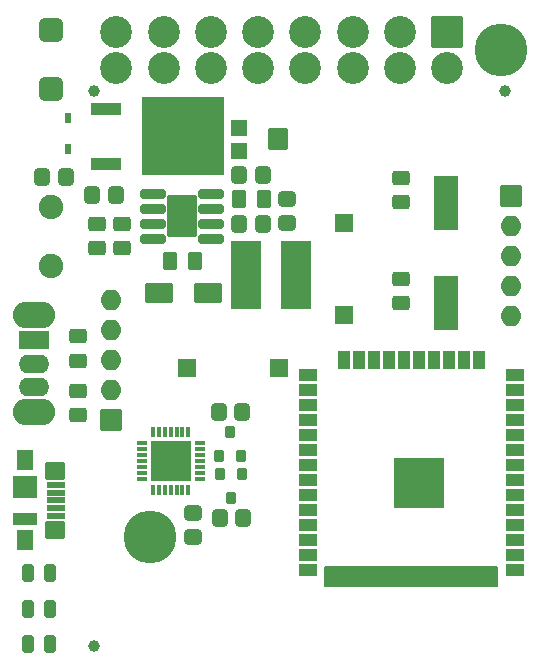
<source format=gbr>
%TF.GenerationSoftware,KiCad,Pcbnew,8.0.4*%
%TF.CreationDate,2024-09-21T14:56:59-03:00*%
%TF.ProjectId,DongleALIVEv2.0,446f6e67-6c65-4414-9c49-564576322e30,2.0*%
%TF.SameCoordinates,Original*%
%TF.FileFunction,Soldermask,Top*%
%TF.FilePolarity,Negative*%
%FSLAX46Y46*%
G04 Gerber Fmt 4.6, Leading zero omitted, Abs format (unit mm)*
G04 Created by KiCad (PCBNEW 8.0.4) date 2024-09-21 14:56:59*
%MOMM*%
%LPD*%
G01*
G04 APERTURE LIST*
G04 Aperture macros list*
%AMRoundRect*
0 Rectangle with rounded corners*
0 $1 Rounding radius*
0 $2 $3 $4 $5 $6 $7 $8 $9 X,Y pos of 4 corners*
0 Add a 4 corners polygon primitive as box body*
4,1,4,$2,$3,$4,$5,$6,$7,$8,$9,$2,$3,0*
0 Add four circle primitives for the rounded corners*
1,1,$1+$1,$2,$3*
1,1,$1+$1,$4,$5*
1,1,$1+$1,$6,$7*
1,1,$1+$1,$8,$9*
0 Add four rect primitives between the rounded corners*
20,1,$1+$1,$2,$3,$4,$5,0*
20,1,$1+$1,$4,$5,$6,$7,0*
20,1,$1+$1,$6,$7,$8,$9,0*
20,1,$1+$1,$8,$9,$2,$3,0*%
G04 Aperture macros list end*
%ADD10C,0.200000*%
%ADD11RoundRect,0.266170X-0.496830X0.359330X-0.496830X-0.359330X0.496830X-0.359330X0.496830X0.359330X0*%
%ADD12RoundRect,0.266170X0.496830X-0.359330X0.496830X0.359330X-0.496830X0.359330X-0.496830X-0.359330X0*%
%ADD13RoundRect,0.102000X-0.600000X-0.600000X0.600000X-0.600000X0.600000X0.600000X-0.600000X0.600000X0*%
%ADD14RoundRect,0.102000X-0.750000X-0.800000X0.750000X-0.800000X0.750000X0.800000X-0.750000X0.800000X0*%
%ADD15C,1.000000*%
%ADD16RoundRect,0.038000X0.850000X0.850000X-0.850000X0.850000X-0.850000X-0.850000X0.850000X-0.850000X0*%
%ADD17O,1.776000X1.776000*%
%ADD18RoundRect,0.038000X0.750000X0.750000X-0.750000X0.750000X-0.750000X-0.750000X0.750000X-0.750000X0*%
%ADD19RoundRect,0.265833X0.372167X0.472167X-0.372167X0.472167X-0.372167X-0.472167X0.372167X-0.472167X0*%
%ADD20RoundRect,0.221750X0.965250X0.665250X-0.965250X0.665250X-0.965250X-0.665250X0.965250X-0.665250X0*%
%ADD21RoundRect,0.265833X-0.472167X0.372167X-0.472167X-0.372167X0.472167X-0.372167X0.472167X0.372167X0*%
%ADD22RoundRect,0.038000X-1.200000X-2.850000X1.200000X-2.850000X1.200000X2.850000X-1.200000X2.850000X0*%
%ADD23RoundRect,0.217080X0.869920X0.184920X-0.869920X0.184920X-0.869920X-0.184920X0.869920X-0.184920X0*%
%ADD24RoundRect,0.102000X1.205000X1.650000X-1.205000X1.650000X-1.205000X-1.650000X1.205000X-1.650000X0*%
%ADD25RoundRect,0.102000X0.300000X-0.400000X0.300000X0.400000X-0.300000X0.400000X-0.300000X-0.400000X0*%
%ADD26RoundRect,0.038000X-0.690000X0.225000X-0.690000X-0.225000X0.690000X-0.225000X0.690000X0.225000X0*%
%ADD27RoundRect,0.038000X-0.650000X0.825000X-0.650000X-0.825000X0.650000X-0.825000X0.650000X0.825000X0*%
%ADD28RoundRect,0.038000X-0.775000X0.712500X-0.775000X-0.712500X0.775000X-0.712500X0.775000X0.712500X0*%
%ADD29RoundRect,0.038000X-0.950000X0.900000X-0.950000X-0.900000X0.950000X-0.900000X0.950000X0.900000X0*%
%ADD30RoundRect,0.038000X-0.950000X0.500000X-0.950000X-0.500000X0.950000X-0.500000X0.950000X0.500000X0*%
%ADD31RoundRect,0.265833X-0.372167X-0.472167X0.372167X-0.472167X0.372167X0.472167X-0.372167X0.472167X0*%
%ADD32RoundRect,0.038000X-0.750000X0.750000X-0.750000X-0.750000X0.750000X-0.750000X0.750000X0.750000X0*%
%ADD33RoundRect,0.038000X0.228600X-0.393700X0.228600X0.393700X-0.228600X0.393700X-0.228600X-0.393700X0*%
%ADD34RoundRect,0.266170X-0.359330X-0.496830X0.359330X-0.496830X0.359330X0.496830X-0.359330X0.496830X0*%
%ADD35O,3.576000X2.276000*%
%ADD36RoundRect,0.038000X-1.250000X0.750000X-1.250000X-0.750000X1.250000X-0.750000X1.250000X0.750000X0*%
%ADD37O,2.576000X1.576000*%
%ADD38C,0.776000*%
%ADD39C,4.476000*%
%ADD40RoundRect,0.262750X-0.262750X-0.475250X0.262750X-0.475250X0.262750X0.475250X-0.262750X0.475250X0*%
%ADD41RoundRect,0.102000X1.250000X1.250000X-1.250000X1.250000X-1.250000X-1.250000X1.250000X-1.250000X0*%
%ADD42C,2.704000*%
%ADD43RoundRect,0.038000X0.750000X0.450000X-0.750000X0.450000X-0.750000X-0.450000X0.750000X-0.450000X0*%
%ADD44RoundRect,0.038000X-0.450000X0.750000X-0.450000X-0.750000X0.450000X-0.750000X0.450000X0.750000X0*%
%ADD45C,0.676000*%
%ADD46RoundRect,0.038000X2.100000X2.100000X-2.100000X2.100000X-2.100000X-2.100000X2.100000X-2.100000X0*%
%ADD47RoundRect,0.038000X-1.000000X2.250000X-1.000000X-2.250000X1.000000X-2.250000X1.000000X2.250000X0*%
%ADD48RoundRect,0.102000X-0.300000X0.400000X-0.300000X-0.400000X0.300000X-0.400000X0.300000X0.400000X0*%
%ADD49RoundRect,0.038000X-1.244600X0.469900X-1.244600X-0.469900X1.244600X-0.469900X1.244600X0.469900X0*%
%ADD50RoundRect,0.038000X-3.403600X3.289300X-3.403600X-3.289300X3.403600X-3.289300X3.403600X3.289300X0*%
%ADD51RoundRect,0.081500X-0.356500X-0.081500X0.356500X-0.081500X0.356500X0.081500X-0.356500X0.081500X0*%
%ADD52RoundRect,0.081500X-0.081500X-0.356500X0.081500X-0.356500X0.081500X0.356500X-0.081500X0.356500X0*%
%ADD53RoundRect,0.038000X-1.675000X-1.675000X1.675000X-1.675000X1.675000X1.675000X-1.675000X1.675000X0*%
%ADD54RoundRect,0.519000X-0.519000X0.519000X-0.519000X-0.519000X0.519000X-0.519000X0.519000X0.519000X0*%
%ADD55C,2.076000*%
%ADD56RoundRect,0.038000X-0.850000X-0.850000X0.850000X-0.850000X0.850000X0.850000X-0.850000X0.850000X0*%
G04 APERTURE END LIST*
D10*
X197420000Y-118360000D02*
X182880000Y-118360000D01*
X182880000Y-116740000D01*
X197420000Y-116740000D01*
X197420000Y-118360000D01*
G36*
X197420000Y-118360000D02*
G01*
X182880000Y-118360000D01*
X182880000Y-116740000D01*
X197420000Y-116740000D01*
X197420000Y-118360000D01*
G37*
D11*
%TO.C,C9*%
X163550000Y-87682500D03*
X163550000Y-89757500D03*
%TD*%
D12*
%TO.C,C7*%
X161960000Y-99267500D03*
X161960000Y-97192500D03*
%TD*%
D13*
%TO.C,RV1*%
X175600000Y-79540000D03*
D14*
X178850000Y-80540000D03*
D13*
X175600000Y-81540000D03*
%TD*%
D15*
%TO.C,FID2*%
X163260000Y-123430000D03*
%TD*%
D11*
%TO.C,C10*%
X165650000Y-87682500D03*
X165650000Y-89757500D03*
%TD*%
%TO.C,C18*%
X189310000Y-92352500D03*
X189310000Y-94427500D03*
%TD*%
D16*
%TO.C,J2*%
X164710000Y-104300000D03*
D17*
X164710000Y-101760000D03*
X164710000Y-99220000D03*
X164710000Y-96680000D03*
X164710000Y-94140000D03*
%TD*%
D18*
%TO.C,SW1*%
X178960000Y-99860000D03*
X171160000Y-99860000D03*
%TD*%
D19*
%TO.C,R13*%
X177600000Y-83580000D03*
X175600000Y-83580000D03*
%TD*%
D20*
%TO.C,D3*%
X172965000Y-93530000D03*
X168835000Y-93530000D03*
%TD*%
D11*
%TO.C,C19*%
X189310000Y-83802500D03*
X189310000Y-85877500D03*
%TD*%
D21*
%TO.C,R12*%
X179590000Y-85610000D03*
X179590000Y-87610000D03*
%TD*%
D22*
%TO.C,L1*%
X176160000Y-92070000D03*
X180360000Y-92070000D03*
%TD*%
D19*
%TO.C,R7*%
X165150000Y-85290000D03*
X163150000Y-85290000D03*
%TD*%
D23*
%TO.C,U2*%
X173235000Y-88955000D03*
X173235000Y-87685000D03*
X173235000Y-86415000D03*
X173235000Y-85145000D03*
X168285000Y-85145000D03*
X168285000Y-86415000D03*
X168285000Y-87685000D03*
X168285000Y-88955000D03*
D24*
X170760000Y-87050000D03*
%TD*%
D21*
%TO.C,R17*%
X171650000Y-112220000D03*
X171650000Y-114220000D03*
%TD*%
D25*
%TO.C,Q3*%
X173870000Y-107370000D03*
X175770000Y-107370000D03*
X174820000Y-105350000D03*
%TD*%
D26*
%TO.C,J4*%
X160095000Y-109802500D03*
X160095000Y-110452500D03*
X160095000Y-111102500D03*
X160095000Y-111752500D03*
X160095000Y-112402500D03*
D27*
X157435000Y-107727500D03*
D28*
X160010000Y-108615000D03*
D29*
X157435000Y-109952500D03*
D30*
X157435000Y-112652500D03*
D28*
X160010000Y-113590000D03*
D27*
X157435000Y-114477500D03*
%TD*%
D31*
%TO.C,R8*%
X175600000Y-87680000D03*
X177600000Y-87680000D03*
%TD*%
D32*
%TO.C,SW2*%
X184420000Y-87630000D03*
X184420000Y-95430000D03*
%TD*%
D33*
%TO.C,D4*%
X161090000Y-81368100D03*
X161090000Y-78751900D03*
%TD*%
D34*
%TO.C,C6*%
X169755000Y-90870000D03*
X171830000Y-90870000D03*
%TD*%
D35*
%TO.C,SW3*%
X158210000Y-95450000D03*
X158210000Y-103650000D03*
D36*
X158210000Y-97550000D03*
D37*
X158210000Y-99550000D03*
X158210000Y-101550000D03*
%TD*%
D38*
%TO.C,H2*%
X166380000Y-114180000D03*
X166863274Y-113013274D03*
X166863274Y-115346726D03*
X168030000Y-112530000D03*
D39*
X168030000Y-114180000D03*
D38*
X168030000Y-115830000D03*
X169196726Y-113013274D03*
X169196726Y-115346726D03*
X169680000Y-114180000D03*
%TD*%
D19*
%TO.C,R18*%
X175840000Y-103640000D03*
X173840000Y-103640000D03*
%TD*%
D40*
%TO.C,D1*%
X157712500Y-120300000D03*
X159587500Y-120300000D03*
%TD*%
D11*
%TO.C,C8*%
X161960000Y-101842500D03*
X161960000Y-103917500D03*
%TD*%
D15*
%TO.C,FID3*%
X163260000Y-76450000D03*
%TD*%
D19*
%TO.C,R11*%
X160880000Y-83750000D03*
X158880000Y-83750000D03*
%TD*%
D41*
%TO.C,J1*%
X193180000Y-71460000D03*
D42*
X189180000Y-71460000D03*
X185180000Y-71460000D03*
X181180000Y-71460000D03*
X177180000Y-71460000D03*
X173180000Y-71460000D03*
X169180000Y-71460000D03*
X165180000Y-71460000D03*
X193180000Y-74460000D03*
X189180000Y-74460000D03*
X185180000Y-74460000D03*
X181180000Y-74460000D03*
X177180000Y-74460000D03*
X173180000Y-74460000D03*
X169180000Y-74460000D03*
X165180000Y-74460000D03*
%TD*%
D15*
%TO.C,FID1*%
X198070000Y-76450000D03*
%TD*%
D38*
%TO.C,H1*%
X196140000Y-73020000D03*
X196623274Y-71853274D03*
X196623274Y-74186726D03*
X197790000Y-71370000D03*
D39*
X197790000Y-73020000D03*
D38*
X197790000Y-74670000D03*
X198956726Y-71853274D03*
X198956726Y-74186726D03*
X199440000Y-73020000D03*
%TD*%
D43*
%TO.C,U1*%
X198910000Y-116995000D03*
X198910000Y-115725000D03*
X198910000Y-114455000D03*
X198910000Y-113185000D03*
X198910000Y-111915000D03*
X198910000Y-110645000D03*
X198910000Y-109375000D03*
X198910000Y-108105000D03*
X198910000Y-106835000D03*
X198910000Y-105565000D03*
X198910000Y-104295000D03*
X198910000Y-103025000D03*
X198910000Y-101755000D03*
X198910000Y-100485000D03*
D44*
X195870000Y-99235000D03*
X194600000Y-99235000D03*
X193330000Y-99235000D03*
X192060000Y-99235000D03*
X190790000Y-99235000D03*
X189520000Y-99235000D03*
X188250000Y-99235000D03*
X186980000Y-99235000D03*
X185710000Y-99235000D03*
X184440000Y-99235000D03*
D43*
X181410000Y-100485000D03*
X181410000Y-101755000D03*
X181410000Y-103025000D03*
X181410000Y-104295000D03*
X181410000Y-105565000D03*
X181410000Y-106835000D03*
X181410000Y-108105000D03*
X181410000Y-109375000D03*
X181410000Y-110645000D03*
X181410000Y-111915000D03*
X181410000Y-113185000D03*
X181410000Y-114455000D03*
X181410000Y-115725000D03*
X181410000Y-116995000D03*
D45*
X192365000Y-110417500D03*
X192365000Y-108892500D03*
X191602500Y-111180000D03*
X191602500Y-109655000D03*
X191602500Y-108130000D03*
X190840000Y-110417500D03*
D46*
X190840000Y-109655000D03*
D45*
X190840000Y-108892500D03*
X190077500Y-111180000D03*
X190077500Y-109655000D03*
X190077500Y-108130000D03*
X189315000Y-110417500D03*
X189315000Y-108892500D03*
%TD*%
D47*
%TO.C,Y1*%
X193100000Y-85930000D03*
X193100000Y-94430000D03*
%TD*%
D40*
%TO.C,D5*%
X157712500Y-117300000D03*
X159587500Y-117300000D03*
%TD*%
D48*
%TO.C,Q2*%
X175840000Y-108850000D03*
X173940000Y-108850000D03*
X174890000Y-110870000D03*
%TD*%
D34*
%TO.C,C11*%
X175582500Y-85610000D03*
X177657500Y-85610000D03*
%TD*%
D49*
%TO.C,Q1*%
X164334000Y-78009999D03*
D50*
X170806999Y-80300000D03*
D49*
X164334000Y-82590001D03*
%TD*%
D51*
%TO.C,U6*%
X167330000Y-106290000D03*
X167330000Y-106790000D03*
X167330000Y-107290000D03*
X167330000Y-107790000D03*
X167330000Y-108290000D03*
X167330000Y-108790000D03*
X167330000Y-109290000D03*
D52*
X168280000Y-110240000D03*
X168780000Y-110240000D03*
X169280000Y-110240000D03*
X169780000Y-110240000D03*
X170280000Y-110240000D03*
X170780000Y-110240000D03*
X171280000Y-110240000D03*
D51*
X172230000Y-109290000D03*
X172230000Y-108790000D03*
X172230000Y-108290000D03*
X172230000Y-107790000D03*
X172230000Y-107290000D03*
X172230000Y-106790000D03*
X172230000Y-106290000D03*
D52*
X171280000Y-105340000D03*
X170780000Y-105340000D03*
X170280000Y-105340000D03*
X169780000Y-105340000D03*
X169280000Y-105340000D03*
X168780000Y-105340000D03*
X168280000Y-105340000D03*
D53*
X169780000Y-107790000D03*
%TD*%
D54*
%TO.C,F1*%
X159650000Y-71300000D03*
X159650000Y-76300000D03*
D55*
X159650000Y-86300000D03*
X159650000Y-91300000D03*
%TD*%
D19*
%TO.C,R19*%
X175930000Y-112560000D03*
X173930000Y-112560000D03*
%TD*%
D40*
%TO.C,D2*%
X157712500Y-123300000D03*
X159587500Y-123300000D03*
%TD*%
D56*
%TO.C,J3*%
X198630000Y-85300000D03*
D17*
X198630000Y-87840000D03*
X198630000Y-90380000D03*
X198630000Y-92920000D03*
X198630000Y-95460000D03*
%TD*%
M02*

</source>
